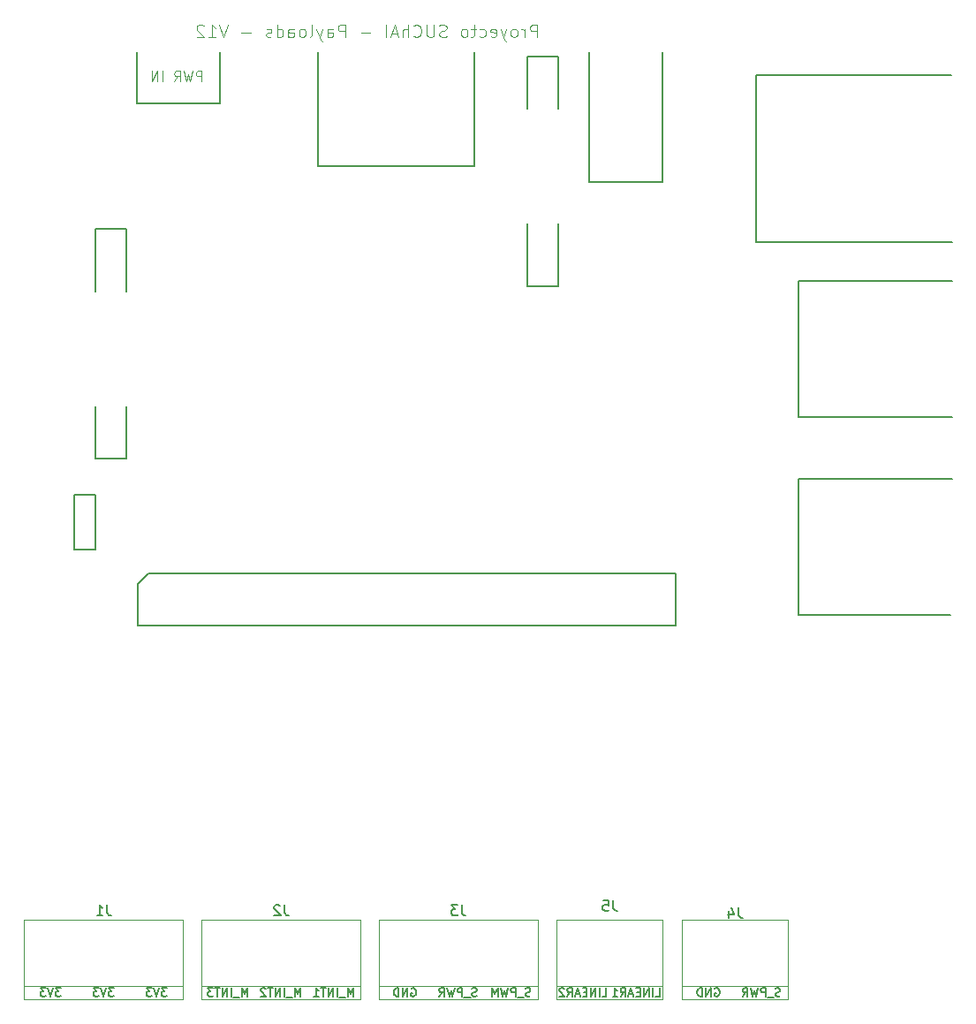
<source format=gbo>
G04 #@! TF.GenerationSoftware,KiCad,Pcbnew,6.0.0-rc1-unknown-eabae68~66~ubuntu18.04.1*
G04 #@! TF.CreationDate,2018-10-31T19:35:59-03:00*
G04 #@! TF.ProjectId,Balloon_bus,42616C6C6F6F6E5F6275732E6B696361,rev?*
G04 #@! TF.SameCoordinates,Original*
G04 #@! TF.FileFunction,Legend,Bot*
G04 #@! TF.FilePolarity,Positive*
%FSLAX46Y46*%
G04 Gerber Fmt 4.6, Leading zero omitted, Abs format (unit mm)*
G04 Created by KiCad (PCBNEW 6.0.0-rc1-unknown-eabae68~66~ubuntu18.04.1) date mié 31 oct 2018 19:35:59 -03*
%MOMM*%
%LPD*%
G01*
G04 APERTURE LIST*
%ADD10C,0.150000*%
%ADD11C,0.101600*%
%ADD12C,0.127000*%
%ADD13C,0.120000*%
%ADD14C,0.081280*%
G04 APERTURE END LIST*
D10*
X126490476Y-148261904D02*
X125995238Y-148261904D01*
X126261904Y-148566666D01*
X126147619Y-148566666D01*
X126071428Y-148604761D01*
X126033333Y-148642857D01*
X125995238Y-148719047D01*
X125995238Y-148909523D01*
X126033333Y-148985714D01*
X126071428Y-149023809D01*
X126147619Y-149061904D01*
X126376190Y-149061904D01*
X126452380Y-149023809D01*
X126490476Y-148985714D01*
X125766666Y-148261904D02*
X125500000Y-149061904D01*
X125233333Y-148261904D01*
X125042857Y-148261904D02*
X124547619Y-148261904D01*
X124814285Y-148566666D01*
X124700000Y-148566666D01*
X124623809Y-148604761D01*
X124585714Y-148642857D01*
X124547619Y-148719047D01*
X124547619Y-148909523D01*
X124585714Y-148985714D01*
X124623809Y-149023809D01*
X124700000Y-149061904D01*
X124928571Y-149061904D01*
X125004761Y-149023809D01*
X125042857Y-148985714D01*
X116330476Y-148261904D02*
X115835238Y-148261904D01*
X116101904Y-148566666D01*
X115987619Y-148566666D01*
X115911428Y-148604761D01*
X115873333Y-148642857D01*
X115835238Y-148719047D01*
X115835238Y-148909523D01*
X115873333Y-148985714D01*
X115911428Y-149023809D01*
X115987619Y-149061904D01*
X116216190Y-149061904D01*
X116292380Y-149023809D01*
X116330476Y-148985714D01*
X115606666Y-148261904D02*
X115340000Y-149061904D01*
X115073333Y-148261904D01*
X114882857Y-148261904D02*
X114387619Y-148261904D01*
X114654285Y-148566666D01*
X114540000Y-148566666D01*
X114463809Y-148604761D01*
X114425714Y-148642857D01*
X114387619Y-148719047D01*
X114387619Y-148909523D01*
X114425714Y-148985714D01*
X114463809Y-149023809D01*
X114540000Y-149061904D01*
X114768571Y-149061904D01*
X114844761Y-149023809D01*
X114882857Y-148985714D01*
X121410476Y-148261904D02*
X120915238Y-148261904D01*
X121181904Y-148566666D01*
X121067619Y-148566666D01*
X120991428Y-148604761D01*
X120953333Y-148642857D01*
X120915238Y-148719047D01*
X120915238Y-148909523D01*
X120953333Y-148985714D01*
X120991428Y-149023809D01*
X121067619Y-149061904D01*
X121296190Y-149061904D01*
X121372380Y-149023809D01*
X121410476Y-148985714D01*
X120686666Y-148261904D02*
X120420000Y-149061904D01*
X120153333Y-148261904D01*
X119962857Y-148261904D02*
X119467619Y-148261904D01*
X119734285Y-148566666D01*
X119620000Y-148566666D01*
X119543809Y-148604761D01*
X119505714Y-148642857D01*
X119467619Y-148719047D01*
X119467619Y-148909523D01*
X119505714Y-148985714D01*
X119543809Y-149023809D01*
X119620000Y-149061904D01*
X119848571Y-149061904D01*
X119924761Y-149023809D01*
X119962857Y-148985714D01*
X185290476Y-149023809D02*
X185176190Y-149061904D01*
X184985714Y-149061904D01*
X184909523Y-149023809D01*
X184871428Y-148985714D01*
X184833333Y-148909523D01*
X184833333Y-148833333D01*
X184871428Y-148757142D01*
X184909523Y-148719047D01*
X184985714Y-148680952D01*
X185138095Y-148642857D01*
X185214285Y-148604761D01*
X185252380Y-148566666D01*
X185290476Y-148490476D01*
X185290476Y-148414285D01*
X185252380Y-148338095D01*
X185214285Y-148300000D01*
X185138095Y-148261904D01*
X184947619Y-148261904D01*
X184833333Y-148300000D01*
X184680952Y-149138095D02*
X184071428Y-149138095D01*
X183880952Y-149061904D02*
X183880952Y-148261904D01*
X183576190Y-148261904D01*
X183500000Y-148300000D01*
X183461904Y-148338095D01*
X183423809Y-148414285D01*
X183423809Y-148528571D01*
X183461904Y-148604761D01*
X183500000Y-148642857D01*
X183576190Y-148680952D01*
X183880952Y-148680952D01*
X183157142Y-148261904D02*
X182966666Y-149061904D01*
X182814285Y-148490476D01*
X182661904Y-149061904D01*
X182471428Y-148261904D01*
X181709523Y-149061904D02*
X181976190Y-148680952D01*
X182166666Y-149061904D02*
X182166666Y-148261904D01*
X181861904Y-148261904D01*
X181785714Y-148300000D01*
X181747619Y-148338095D01*
X181709523Y-148414285D01*
X181709523Y-148528571D01*
X181747619Y-148604761D01*
X181785714Y-148642857D01*
X181861904Y-148680952D01*
X182166666Y-148680952D01*
X179029523Y-148300000D02*
X179105714Y-148261904D01*
X179220000Y-148261904D01*
X179334285Y-148300000D01*
X179410476Y-148376190D01*
X179448571Y-148452380D01*
X179486666Y-148604761D01*
X179486666Y-148719047D01*
X179448571Y-148871428D01*
X179410476Y-148947619D01*
X179334285Y-149023809D01*
X179220000Y-149061904D01*
X179143809Y-149061904D01*
X179029523Y-149023809D01*
X178991428Y-148985714D01*
X178991428Y-148719047D01*
X179143809Y-148719047D01*
X178648571Y-149061904D02*
X178648571Y-148261904D01*
X178191428Y-149061904D01*
X178191428Y-148261904D01*
X177810476Y-149061904D02*
X177810476Y-148261904D01*
X177620000Y-148261904D01*
X177505714Y-148300000D01*
X177429523Y-148376190D01*
X177391428Y-148452380D01*
X177353333Y-148604761D01*
X177353333Y-148719047D01*
X177391428Y-148871428D01*
X177429523Y-148947619D01*
X177505714Y-149023809D01*
X177620000Y-149061904D01*
X177810476Y-149061904D01*
X168247619Y-149061904D02*
X168628571Y-149061904D01*
X168628571Y-148261904D01*
X167980952Y-149061904D02*
X167980952Y-148261904D01*
X167600000Y-149061904D02*
X167600000Y-148261904D01*
X167142857Y-149061904D01*
X167142857Y-148261904D01*
X166761904Y-148642857D02*
X166495238Y-148642857D01*
X166380952Y-149061904D02*
X166761904Y-149061904D01*
X166761904Y-148261904D01*
X166380952Y-148261904D01*
X166076190Y-148833333D02*
X165695238Y-148833333D01*
X166152380Y-149061904D02*
X165885714Y-148261904D01*
X165619047Y-149061904D01*
X164895238Y-149061904D02*
X165161904Y-148680952D01*
X165352380Y-149061904D02*
X165352380Y-148261904D01*
X165047619Y-148261904D01*
X164971428Y-148300000D01*
X164933333Y-148338095D01*
X164895238Y-148414285D01*
X164895238Y-148528571D01*
X164933333Y-148604761D01*
X164971428Y-148642857D01*
X165047619Y-148680952D01*
X165352380Y-148680952D01*
X164590476Y-148338095D02*
X164552380Y-148300000D01*
X164476190Y-148261904D01*
X164285714Y-148261904D01*
X164209523Y-148300000D01*
X164171428Y-148338095D01*
X164133333Y-148414285D01*
X164133333Y-148490476D01*
X164171428Y-148604761D01*
X164628571Y-149061904D01*
X164133333Y-149061904D01*
X173347619Y-149061904D02*
X173728571Y-149061904D01*
X173728571Y-148261904D01*
X173080952Y-149061904D02*
X173080952Y-148261904D01*
X172700000Y-149061904D02*
X172700000Y-148261904D01*
X172242857Y-149061904D01*
X172242857Y-148261904D01*
X171861904Y-148642857D02*
X171595238Y-148642857D01*
X171480952Y-149061904D02*
X171861904Y-149061904D01*
X171861904Y-148261904D01*
X171480952Y-148261904D01*
X171176190Y-148833333D02*
X170795238Y-148833333D01*
X171252380Y-149061904D02*
X170985714Y-148261904D01*
X170719047Y-149061904D01*
X169995238Y-149061904D02*
X170261904Y-148680952D01*
X170452380Y-149061904D02*
X170452380Y-148261904D01*
X170147619Y-148261904D01*
X170071428Y-148300000D01*
X170033333Y-148338095D01*
X169995238Y-148414285D01*
X169995238Y-148528571D01*
X170033333Y-148604761D01*
X170071428Y-148642857D01*
X170147619Y-148680952D01*
X170452380Y-148680952D01*
X169233333Y-149061904D02*
X169690476Y-149061904D01*
X169461904Y-149061904D02*
X169461904Y-148261904D01*
X169538095Y-148376190D01*
X169614285Y-148452380D01*
X169690476Y-148490476D01*
X161347619Y-149023809D02*
X161233333Y-149061904D01*
X161042857Y-149061904D01*
X160966666Y-149023809D01*
X160928571Y-148985714D01*
X160890476Y-148909523D01*
X160890476Y-148833333D01*
X160928571Y-148757142D01*
X160966666Y-148719047D01*
X161042857Y-148680952D01*
X161195238Y-148642857D01*
X161271428Y-148604761D01*
X161309523Y-148566666D01*
X161347619Y-148490476D01*
X161347619Y-148414285D01*
X161309523Y-148338095D01*
X161271428Y-148300000D01*
X161195238Y-148261904D01*
X161004761Y-148261904D01*
X160890476Y-148300000D01*
X160738095Y-149138095D02*
X160128571Y-149138095D01*
X159938095Y-149061904D02*
X159938095Y-148261904D01*
X159633333Y-148261904D01*
X159557142Y-148300000D01*
X159519047Y-148338095D01*
X159480952Y-148414285D01*
X159480952Y-148528571D01*
X159519047Y-148604761D01*
X159557142Y-148642857D01*
X159633333Y-148680952D01*
X159938095Y-148680952D01*
X159214285Y-148261904D02*
X159023809Y-149061904D01*
X158871428Y-148490476D01*
X158719047Y-149061904D01*
X158528571Y-148261904D01*
X158223809Y-149061904D02*
X158223809Y-148261904D01*
X157957142Y-148833333D01*
X157690476Y-148261904D01*
X157690476Y-149061904D01*
X156210476Y-149023809D02*
X156096190Y-149061904D01*
X155905714Y-149061904D01*
X155829523Y-149023809D01*
X155791428Y-148985714D01*
X155753333Y-148909523D01*
X155753333Y-148833333D01*
X155791428Y-148757142D01*
X155829523Y-148719047D01*
X155905714Y-148680952D01*
X156058095Y-148642857D01*
X156134285Y-148604761D01*
X156172380Y-148566666D01*
X156210476Y-148490476D01*
X156210476Y-148414285D01*
X156172380Y-148338095D01*
X156134285Y-148300000D01*
X156058095Y-148261904D01*
X155867619Y-148261904D01*
X155753333Y-148300000D01*
X155600952Y-149138095D02*
X154991428Y-149138095D01*
X154800952Y-149061904D02*
X154800952Y-148261904D01*
X154496190Y-148261904D01*
X154420000Y-148300000D01*
X154381904Y-148338095D01*
X154343809Y-148414285D01*
X154343809Y-148528571D01*
X154381904Y-148604761D01*
X154420000Y-148642857D01*
X154496190Y-148680952D01*
X154800952Y-148680952D01*
X154077142Y-148261904D02*
X153886666Y-149061904D01*
X153734285Y-148490476D01*
X153581904Y-149061904D01*
X153391428Y-148261904D01*
X152629523Y-149061904D02*
X152896190Y-148680952D01*
X153086666Y-149061904D02*
X153086666Y-148261904D01*
X152781904Y-148261904D01*
X152705714Y-148300000D01*
X152667619Y-148338095D01*
X152629523Y-148414285D01*
X152629523Y-148528571D01*
X152667619Y-148604761D01*
X152705714Y-148642857D01*
X152781904Y-148680952D01*
X153086666Y-148680952D01*
X149949523Y-148300000D02*
X150025714Y-148261904D01*
X150140000Y-148261904D01*
X150254285Y-148300000D01*
X150330476Y-148376190D01*
X150368571Y-148452380D01*
X150406666Y-148604761D01*
X150406666Y-148719047D01*
X150368571Y-148871428D01*
X150330476Y-148947619D01*
X150254285Y-149023809D01*
X150140000Y-149061904D01*
X150063809Y-149061904D01*
X149949523Y-149023809D01*
X149911428Y-148985714D01*
X149911428Y-148719047D01*
X150063809Y-148719047D01*
X149568571Y-149061904D02*
X149568571Y-148261904D01*
X149111428Y-149061904D01*
X149111428Y-148261904D01*
X148730476Y-149061904D02*
X148730476Y-148261904D01*
X148540000Y-148261904D01*
X148425714Y-148300000D01*
X148349523Y-148376190D01*
X148311428Y-148452380D01*
X148273333Y-148604761D01*
X148273333Y-148719047D01*
X148311428Y-148871428D01*
X148349523Y-148947619D01*
X148425714Y-149023809D01*
X148540000Y-149061904D01*
X148730476Y-149061904D01*
X134206666Y-149061904D02*
X134206666Y-148261904D01*
X133940000Y-148833333D01*
X133673333Y-148261904D01*
X133673333Y-149061904D01*
X133482857Y-149138095D02*
X132873333Y-149138095D01*
X132682857Y-149061904D02*
X132682857Y-148261904D01*
X132301904Y-149061904D02*
X132301904Y-148261904D01*
X131844761Y-149061904D01*
X131844761Y-148261904D01*
X131578095Y-148261904D02*
X131120952Y-148261904D01*
X131349523Y-149061904D02*
X131349523Y-148261904D01*
X130930476Y-148261904D02*
X130435238Y-148261904D01*
X130701904Y-148566666D01*
X130587619Y-148566666D01*
X130511428Y-148604761D01*
X130473333Y-148642857D01*
X130435238Y-148719047D01*
X130435238Y-148909523D01*
X130473333Y-148985714D01*
X130511428Y-149023809D01*
X130587619Y-149061904D01*
X130816190Y-149061904D01*
X130892380Y-149023809D01*
X130930476Y-148985714D01*
X139286666Y-149061904D02*
X139286666Y-148261904D01*
X139020000Y-148833333D01*
X138753333Y-148261904D01*
X138753333Y-149061904D01*
X138562857Y-149138095D02*
X137953333Y-149138095D01*
X137762857Y-149061904D02*
X137762857Y-148261904D01*
X137381904Y-149061904D02*
X137381904Y-148261904D01*
X136924761Y-149061904D01*
X136924761Y-148261904D01*
X136658095Y-148261904D02*
X136200952Y-148261904D01*
X136429523Y-149061904D02*
X136429523Y-148261904D01*
X135972380Y-148338095D02*
X135934285Y-148300000D01*
X135858095Y-148261904D01*
X135667619Y-148261904D01*
X135591428Y-148300000D01*
X135553333Y-148338095D01*
X135515238Y-148414285D01*
X135515238Y-148490476D01*
X135553333Y-148604761D01*
X136010476Y-149061904D01*
X135515238Y-149061904D01*
X144366666Y-149061904D02*
X144366666Y-148261904D01*
X144100000Y-148833333D01*
X143833333Y-148261904D01*
X143833333Y-149061904D01*
X143642857Y-149138095D02*
X143033333Y-149138095D01*
X142842857Y-149061904D02*
X142842857Y-148261904D01*
X142461904Y-149061904D02*
X142461904Y-148261904D01*
X142004761Y-149061904D01*
X142004761Y-148261904D01*
X141738095Y-148261904D02*
X141280952Y-148261904D01*
X141509523Y-149061904D02*
X141509523Y-148261904D01*
X140595238Y-149061904D02*
X141052380Y-149061904D01*
X140823809Y-149061904D02*
X140823809Y-148261904D01*
X140900000Y-148376190D01*
X140976190Y-148452380D01*
X141052380Y-148490476D01*
D11*
X161990798Y-57143347D02*
X161990798Y-55936847D01*
X161531179Y-55936847D01*
X161416274Y-55994300D01*
X161358821Y-56051752D01*
X161301369Y-56166657D01*
X161301369Y-56339014D01*
X161358821Y-56453919D01*
X161416274Y-56511371D01*
X161531179Y-56568823D01*
X161990798Y-56568823D01*
X160784298Y-57143347D02*
X160784298Y-56339014D01*
X160784298Y-56568823D02*
X160726845Y-56453919D01*
X160669393Y-56396466D01*
X160554488Y-56339014D01*
X160439583Y-56339014D01*
X159865060Y-57143347D02*
X159979964Y-57085895D01*
X160037417Y-57028442D01*
X160094869Y-56913538D01*
X160094869Y-56568823D01*
X160037417Y-56453919D01*
X159979964Y-56396466D01*
X159865060Y-56339014D01*
X159692702Y-56339014D01*
X159577798Y-56396466D01*
X159520345Y-56453919D01*
X159462893Y-56568823D01*
X159462893Y-56913538D01*
X159520345Y-57028442D01*
X159577798Y-57085895D01*
X159692702Y-57143347D01*
X159865060Y-57143347D01*
X159060726Y-56339014D02*
X158773464Y-57143347D01*
X158486202Y-56339014D02*
X158773464Y-57143347D01*
X158888369Y-57430609D01*
X158945821Y-57488061D01*
X159060726Y-57545514D01*
X157566964Y-57085895D02*
X157681869Y-57143347D01*
X157911679Y-57143347D01*
X158026583Y-57085895D01*
X158084036Y-56970990D01*
X158084036Y-56511371D01*
X158026583Y-56396466D01*
X157911679Y-56339014D01*
X157681869Y-56339014D01*
X157566964Y-56396466D01*
X157509512Y-56511371D01*
X157509512Y-56626276D01*
X158084036Y-56741180D01*
X156475369Y-57085895D02*
X156590274Y-57143347D01*
X156820083Y-57143347D01*
X156934988Y-57085895D01*
X156992440Y-57028442D01*
X157049893Y-56913538D01*
X157049893Y-56568823D01*
X156992440Y-56453919D01*
X156934988Y-56396466D01*
X156820083Y-56339014D01*
X156590274Y-56339014D01*
X156475369Y-56396466D01*
X156130655Y-56339014D02*
X155671036Y-56339014D01*
X155958298Y-55936847D02*
X155958298Y-56970990D01*
X155900845Y-57085895D01*
X155785940Y-57143347D01*
X155671036Y-57143347D01*
X155096512Y-57143347D02*
X155211417Y-57085895D01*
X155268869Y-57028442D01*
X155326321Y-56913538D01*
X155326321Y-56568823D01*
X155268869Y-56453919D01*
X155211417Y-56396466D01*
X155096512Y-56339014D01*
X154924155Y-56339014D01*
X154809250Y-56396466D01*
X154751798Y-56453919D01*
X154694345Y-56568823D01*
X154694345Y-56913538D01*
X154751798Y-57028442D01*
X154809250Y-57085895D01*
X154924155Y-57143347D01*
X155096512Y-57143347D01*
X153315488Y-57085895D02*
X153143131Y-57143347D01*
X152855869Y-57143347D01*
X152740964Y-57085895D01*
X152683512Y-57028442D01*
X152626060Y-56913538D01*
X152626060Y-56798633D01*
X152683512Y-56683728D01*
X152740964Y-56626276D01*
X152855869Y-56568823D01*
X153085679Y-56511371D01*
X153200583Y-56453919D01*
X153258036Y-56396466D01*
X153315488Y-56281561D01*
X153315488Y-56166657D01*
X153258036Y-56051752D01*
X153200583Y-55994300D01*
X153085679Y-55936847D01*
X152798417Y-55936847D01*
X152626060Y-55994300D01*
X152108988Y-55936847D02*
X152108988Y-56913538D01*
X152051536Y-57028442D01*
X151994083Y-57085895D01*
X151879179Y-57143347D01*
X151649369Y-57143347D01*
X151534464Y-57085895D01*
X151477012Y-57028442D01*
X151419560Y-56913538D01*
X151419560Y-55936847D01*
X150155607Y-57028442D02*
X150213060Y-57085895D01*
X150385417Y-57143347D01*
X150500321Y-57143347D01*
X150672679Y-57085895D01*
X150787583Y-56970990D01*
X150845036Y-56856085D01*
X150902488Y-56626276D01*
X150902488Y-56453919D01*
X150845036Y-56224109D01*
X150787583Y-56109204D01*
X150672679Y-55994300D01*
X150500321Y-55936847D01*
X150385417Y-55936847D01*
X150213060Y-55994300D01*
X150155607Y-56051752D01*
X149638536Y-57143347D02*
X149638536Y-55936847D01*
X149121464Y-57143347D02*
X149121464Y-56511371D01*
X149178917Y-56396466D01*
X149293821Y-56339014D01*
X149466179Y-56339014D01*
X149581083Y-56396466D01*
X149638536Y-56453919D01*
X148604393Y-56798633D02*
X148029869Y-56798633D01*
X148719298Y-57143347D02*
X148317131Y-55936847D01*
X147914964Y-57143347D01*
X147512798Y-57143347D02*
X147512798Y-55936847D01*
X146019036Y-56683728D02*
X145099798Y-56683728D01*
X143606036Y-57143347D02*
X143606036Y-55936847D01*
X143146417Y-55936847D01*
X143031512Y-55994300D01*
X142974060Y-56051752D01*
X142916607Y-56166657D01*
X142916607Y-56339014D01*
X142974060Y-56453919D01*
X143031512Y-56511371D01*
X143146417Y-56568823D01*
X143606036Y-56568823D01*
X141882464Y-57143347D02*
X141882464Y-56511371D01*
X141939917Y-56396466D01*
X142054821Y-56339014D01*
X142284631Y-56339014D01*
X142399536Y-56396466D01*
X141882464Y-57085895D02*
X141997369Y-57143347D01*
X142284631Y-57143347D01*
X142399536Y-57085895D01*
X142456988Y-56970990D01*
X142456988Y-56856085D01*
X142399536Y-56741180D01*
X142284631Y-56683728D01*
X141997369Y-56683728D01*
X141882464Y-56626276D01*
X141422845Y-56339014D02*
X141135583Y-57143347D01*
X140848321Y-56339014D02*
X141135583Y-57143347D01*
X141250488Y-57430609D01*
X141307940Y-57488061D01*
X141422845Y-57545514D01*
X140216345Y-57143347D02*
X140331250Y-57085895D01*
X140388702Y-56970990D01*
X140388702Y-55936847D01*
X139584369Y-57143347D02*
X139699274Y-57085895D01*
X139756726Y-57028442D01*
X139814179Y-56913538D01*
X139814179Y-56568823D01*
X139756726Y-56453919D01*
X139699274Y-56396466D01*
X139584369Y-56339014D01*
X139412012Y-56339014D01*
X139297107Y-56396466D01*
X139239655Y-56453919D01*
X139182202Y-56568823D01*
X139182202Y-56913538D01*
X139239655Y-57028442D01*
X139297107Y-57085895D01*
X139412012Y-57143347D01*
X139584369Y-57143347D01*
X138148060Y-57143347D02*
X138148060Y-56511371D01*
X138205512Y-56396466D01*
X138320417Y-56339014D01*
X138550226Y-56339014D01*
X138665131Y-56396466D01*
X138148060Y-57085895D02*
X138262964Y-57143347D01*
X138550226Y-57143347D01*
X138665131Y-57085895D01*
X138722583Y-56970990D01*
X138722583Y-56856085D01*
X138665131Y-56741180D01*
X138550226Y-56683728D01*
X138262964Y-56683728D01*
X138148060Y-56626276D01*
X137056464Y-57143347D02*
X137056464Y-55936847D01*
X137056464Y-57085895D02*
X137171369Y-57143347D01*
X137401179Y-57143347D01*
X137516083Y-57085895D01*
X137573536Y-57028442D01*
X137630988Y-56913538D01*
X137630988Y-56568823D01*
X137573536Y-56453919D01*
X137516083Y-56396466D01*
X137401179Y-56339014D01*
X137171369Y-56339014D01*
X137056464Y-56396466D01*
X136539393Y-57085895D02*
X136424488Y-57143347D01*
X136194679Y-57143347D01*
X136079774Y-57085895D01*
X136022321Y-56970990D01*
X136022321Y-56913538D01*
X136079774Y-56798633D01*
X136194679Y-56741180D01*
X136367036Y-56741180D01*
X136481940Y-56683728D01*
X136539393Y-56568823D01*
X136539393Y-56511371D01*
X136481940Y-56396466D01*
X136367036Y-56339014D01*
X136194679Y-56339014D01*
X136079774Y-56396466D01*
X134586012Y-56683728D02*
X133666774Y-56683728D01*
X132345369Y-55936847D02*
X131943202Y-57143347D01*
X131541036Y-55936847D01*
X130506893Y-57143347D02*
X131196321Y-57143347D01*
X130851607Y-57143347D02*
X130851607Y-55936847D01*
X130966512Y-56109204D01*
X131081417Y-56224109D01*
X131196321Y-56281561D01*
X130047274Y-56051752D02*
X129989821Y-55994300D01*
X129874917Y-55936847D01*
X129587655Y-55936847D01*
X129472750Y-55994300D01*
X129415298Y-56051752D01*
X129357845Y-56166657D01*
X129357845Y-56281561D01*
X129415298Y-56453919D01*
X130104726Y-57143347D01*
X129357845Y-57143347D01*
D12*
G04 #@! TO.C,PCB2*
X175256800Y-113501800D02*
X123756800Y-113501800D01*
X123756800Y-113501800D02*
X123756800Y-109501800D01*
X123756800Y-109501800D02*
X124756800Y-108501800D01*
X124756800Y-108501800D02*
X175256800Y-108501800D01*
X175256800Y-108501800D02*
X175256800Y-113501800D01*
X119617800Y-92500000D02*
X119617800Y-97500000D01*
X119617800Y-97500000D02*
X122617800Y-97500000D01*
X122617800Y-97500000D02*
X122617800Y-92500000D01*
X119617800Y-81500000D02*
X119617800Y-75500000D01*
X119617800Y-75500000D02*
X122617800Y-75500000D01*
X122617800Y-75500000D02*
X122617800Y-81500000D01*
X123617800Y-58600000D02*
X123617800Y-63500000D01*
X123617800Y-63500000D02*
X131617800Y-63500000D01*
X131617800Y-63500000D02*
X131617800Y-58600000D01*
X141017800Y-58600000D02*
X141017800Y-69500000D01*
X141017800Y-69500000D02*
X156017800Y-69500000D01*
X156017800Y-69500000D02*
X156017800Y-58600000D01*
X164017800Y-64000000D02*
X164017800Y-59000000D01*
X164017800Y-59000000D02*
X161017800Y-59000000D01*
X161017800Y-59000000D02*
X161017800Y-64000000D01*
X164017800Y-75000000D02*
X164017800Y-81000000D01*
X164017800Y-81000000D02*
X161017800Y-81000000D01*
X161017800Y-81000000D02*
X161017800Y-75000000D01*
X167017800Y-58600000D02*
X167017800Y-71000000D01*
X167017800Y-71000000D02*
X174017800Y-71000000D01*
X174017800Y-71000000D02*
X174017800Y-58600000D01*
X201717800Y-60800000D02*
X183017800Y-60800000D01*
X183017800Y-60800000D02*
X183017800Y-76800000D01*
X183017800Y-76800000D02*
X201817800Y-76800000D01*
X201817800Y-80500000D02*
X187017800Y-80500000D01*
X187017800Y-80500000D02*
X187017800Y-93500000D01*
X187017800Y-93500000D02*
X201817800Y-93500000D01*
X201617800Y-112500000D02*
X187017800Y-112500000D01*
X187017800Y-112500000D02*
X187017800Y-99500000D01*
X187017800Y-99500000D02*
X201817800Y-99500000D01*
X117617800Y-101000000D02*
X119617800Y-101000000D01*
X119617800Y-101000000D02*
X119617800Y-106250000D01*
X119617800Y-106250000D02*
X117617800Y-106250000D01*
X117617800Y-106250000D02*
X117617800Y-101000000D01*
D13*
G04 #@! TO.C,J4*
X186040000Y-149310000D02*
X175880000Y-149310000D01*
X186040000Y-141690000D02*
X186040000Y-149310000D01*
X175880000Y-141690000D02*
X186040000Y-141690000D01*
X175880000Y-149310000D02*
X175880000Y-141690000D01*
X175880000Y-148040000D02*
X186040000Y-148040000D01*
G04 #@! TO.C,J1*
X128040000Y-149310000D02*
X128040000Y-141690000D01*
X112800000Y-149310000D02*
X112800000Y-141690000D01*
X128040000Y-148040000D02*
X112800000Y-148040000D01*
X128040000Y-141690000D02*
X112800000Y-141690000D01*
X128040000Y-149310000D02*
X112800000Y-149310000D01*
G04 #@! TO.C,J2*
X145040000Y-149310000D02*
X129800000Y-149310000D01*
X145040000Y-141690000D02*
X129800000Y-141690000D01*
X145040000Y-148040000D02*
X129800000Y-148040000D01*
X129800000Y-149310000D02*
X129800000Y-141690000D01*
X145040000Y-149310000D02*
X145040000Y-141690000D01*
G04 #@! TO.C,J3*
X162040000Y-149310000D02*
X162040000Y-141690000D01*
X146800000Y-149310000D02*
X146800000Y-141690000D01*
X162040000Y-148040000D02*
X146800000Y-148040000D01*
X162040000Y-141690000D02*
X146800000Y-141690000D01*
X162040000Y-149310000D02*
X146800000Y-149310000D01*
G04 #@! TO.C,J5*
X174040000Y-149310000D02*
X163880000Y-149310000D01*
X174040000Y-141690000D02*
X174040000Y-149310000D01*
X163880000Y-141690000D02*
X174040000Y-141690000D01*
X163880000Y-149310000D02*
X163880000Y-141690000D01*
X163880000Y-148040000D02*
X174040000Y-148040000D01*
G04 #@! TO.C,PCB2*
D14*
X129817358Y-61354038D02*
X129817358Y-60388838D01*
X129449663Y-60388838D01*
X129357739Y-60434800D01*
X129311777Y-60480761D01*
X129265815Y-60572685D01*
X129265815Y-60710571D01*
X129311777Y-60802495D01*
X129357739Y-60848457D01*
X129449663Y-60894419D01*
X129817358Y-60894419D01*
X128944082Y-60388838D02*
X128714272Y-61354038D01*
X128530425Y-60664609D01*
X128346577Y-61354038D01*
X128116768Y-60388838D01*
X127197529Y-61354038D02*
X127519263Y-60894419D01*
X127749072Y-61354038D02*
X127749072Y-60388838D01*
X127381377Y-60388838D01*
X127289453Y-60434800D01*
X127243491Y-60480761D01*
X127197529Y-60572685D01*
X127197529Y-60710571D01*
X127243491Y-60802495D01*
X127289453Y-60848457D01*
X127381377Y-60894419D01*
X127749072Y-60894419D01*
X126048482Y-61354038D02*
X126048482Y-60388838D01*
X125588863Y-61354038D02*
X125588863Y-60388838D01*
X125037320Y-61354038D01*
X125037320Y-60388838D01*
G04 #@! TO.C,J4*
D10*
X181293333Y-140552380D02*
X181293333Y-141266666D01*
X181340952Y-141409523D01*
X181436190Y-141504761D01*
X181579047Y-141552380D01*
X181674285Y-141552380D01*
X180388571Y-140885714D02*
X180388571Y-141552380D01*
X180626666Y-140504761D02*
X180864761Y-141219047D01*
X180245714Y-141219047D01*
G04 #@! TO.C,J1*
X120783333Y-140302380D02*
X120783333Y-141016666D01*
X120830952Y-141159523D01*
X120926190Y-141254761D01*
X121069047Y-141302380D01*
X121164285Y-141302380D01*
X119783333Y-141302380D02*
X120354761Y-141302380D01*
X120069047Y-141302380D02*
X120069047Y-140302380D01*
X120164285Y-140445238D01*
X120259523Y-140540476D01*
X120354761Y-140588095D01*
G04 #@! TO.C,J2*
X137783333Y-140302380D02*
X137783333Y-141016666D01*
X137830952Y-141159523D01*
X137926190Y-141254761D01*
X138069047Y-141302380D01*
X138164285Y-141302380D01*
X137354761Y-140397619D02*
X137307142Y-140350000D01*
X137211904Y-140302380D01*
X136973809Y-140302380D01*
X136878571Y-140350000D01*
X136830952Y-140397619D01*
X136783333Y-140492857D01*
X136783333Y-140588095D01*
X136830952Y-140730952D01*
X137402380Y-141302380D01*
X136783333Y-141302380D01*
G04 #@! TO.C,J3*
X154783333Y-140302380D02*
X154783333Y-141016666D01*
X154830952Y-141159523D01*
X154926190Y-141254761D01*
X155069047Y-141302380D01*
X155164285Y-141302380D01*
X154402380Y-140302380D02*
X153783333Y-140302380D01*
X154116666Y-140683333D01*
X153973809Y-140683333D01*
X153878571Y-140730952D01*
X153830952Y-140778571D01*
X153783333Y-140873809D01*
X153783333Y-141111904D01*
X153830952Y-141207142D01*
X153878571Y-141254761D01*
X153973809Y-141302380D01*
X154259523Y-141302380D01*
X154354761Y-141254761D01*
X154402380Y-141207142D01*
G04 #@! TO.C,J5*
X169293333Y-139872380D02*
X169293333Y-140586666D01*
X169340952Y-140729523D01*
X169436190Y-140824761D01*
X169579047Y-140872380D01*
X169674285Y-140872380D01*
X168340952Y-139872380D02*
X168817142Y-139872380D01*
X168864761Y-140348571D01*
X168817142Y-140300952D01*
X168721904Y-140253333D01*
X168483809Y-140253333D01*
X168388571Y-140300952D01*
X168340952Y-140348571D01*
X168293333Y-140443809D01*
X168293333Y-140681904D01*
X168340952Y-140777142D01*
X168388571Y-140824761D01*
X168483809Y-140872380D01*
X168721904Y-140872380D01*
X168817142Y-140824761D01*
X168864761Y-140777142D01*
G04 #@! TD*
M02*

</source>
